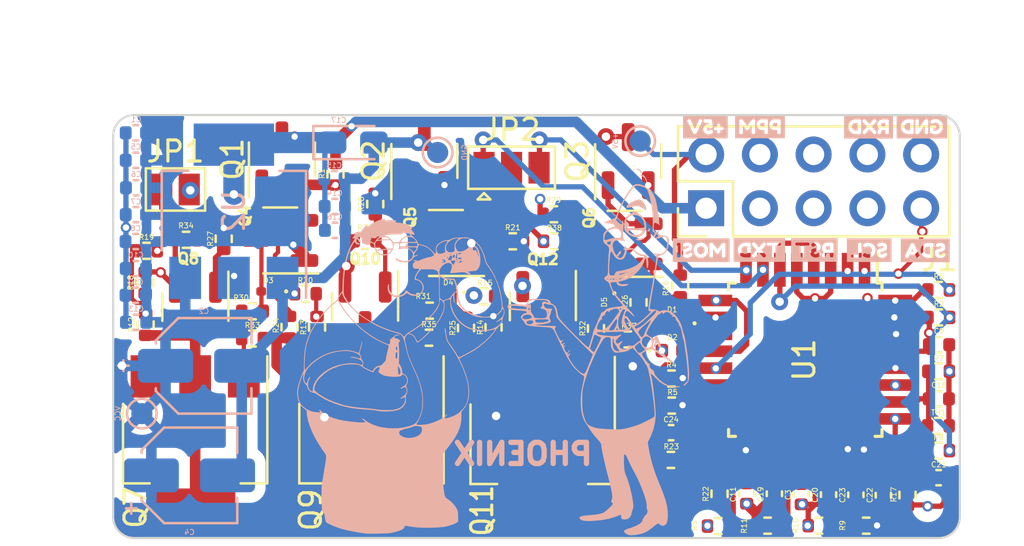
<source format=kicad_pcb>
(kicad_pcb (version 20221018) (generator pcbnew)
  (layers (0 "F.Cu" signal) (1 "In1.Cu" signal) (2 "In2.Cu" signal) (31 "B.Cu" signal) (34 "B.Paste" user) (35 "F.Paste" user) (36 "B.SilkS" user "B.Silkscreen") (37 "F.SilkS" user "F.Silkscreen") (38 "B.Mask" user) (39 "F.Mask" user) (44 "Edge.Cuts" user))
  (net 0 "")
  (net 1 "VCC")
  (net 2 "GND")
  (net 3 "Net-(U1-AREF)")
  (net 4 "/RESET")
  (net 5 "Net-(U1-AVCC)")
  (net 6 "/TEMPERATUR")
  (net 7 "/STROM")
  (net 8 "/U_BAT")
  (net 9 "/NULL_C")
  (net 10 "/NULL_B")
  (net 11 "/NULL_A")
  (net 12 "/SDA")
  (net 13 "Net-(C24-Pad2)")
  (net 14 "/LED")
  (net 15 "Net-(D1-A)")
  (net 16 "Net-(D3-K)")
  (net 17 "Net-(D3-A)")
  (net 18 "Net-(D4-K)")
  (net 19 "Net-(D4-A)")
  (net 20 "Net-(D5-K)")
  (net 21 "Net-(D5-A)")
  (net 22 "/STEUER_A+")
  (net 23 "/STEUER_B+")
  (net 24 "/STEUER_C+")
  (net 25 "Net-(Q7-G)")
  (net 26 "/PHASE_A")
  (net 27 "Net-(Q8-G)")
  (net 28 "Net-(Q9-G)")
  (net 29 "/PHASE_B")
  (net 30 "Net-(Q10-G)")
  (net 31 "Net-(Q11-G)")
  (net 32 "/PHASE_C")
  (net 33 "Net-(Q12-G)")
  (net 34 "/MOSI")
  (net 35 "+5V")
  (net 36 "Net-(U1-PB1)")
  (net 37 "/MITTEL")
  (net 38 "Net-(R22-Pad1)")
  (net 39 "/SCL")
  (net 40 "/STEUER_A-")
  (net 41 "/STEUER_B-")
  (net 42 "/STEUER_C-")
  (net 43 "/ADR1")
  (net 44 "/ADR2")
  (net 45 "/RXD")
  (net 46 "/TXD")
  (net 47 "/PPM&ADR3")
  (footprint "Diode_SMD:D_01005_0402Metric" (layer "F.Cu") (at 150.68 59.99 -90)
    (fp_text reference "D5")
    (fp_text value "1N4003")
  )
  (footprint "Resistor_SMD:R_0402_1005Metric" (layer "F.Cu") (at 138.9 56.75 180)
    (fp_text reference "R36")
    (fp_text value "18k")
  )
  (footprint "Package_TO_SOT_SMD:SOT-23-3" (layer "F.Cu") (at 134.97 52.9 90)
    (fp_text reference "Q1")
    (fp_text value "BC547")
  )
  (footprint "Resistor_SMD:R_0402_1005Metric" (layer "F.Cu") (at 153.39 64.54 180)
    (fp_text reference "R5")
    (fp_text value "1.8k")
  )
  (footprint "Resistor_SMD:R_0402_1005Metric" (layer "F.Cu") (at 147.82 55.49)
    (fp_text reference "R29")
    (fp_text value "100R")
  )
  (footprint "Package_TO_SOT_SMD:SOT-23-3" (layer "F.Cu") (at 134.89 56.73 180)
    (fp_text reference "Q4")
    (fp_text value "BC547")
  )
  (footprint "Capacitor_SMD:C_0402_1005Metric" (layer "F.Cu") (at 162.09 68.76 90)
    (fp_text reference "C23")
    (fp_text value "100nf")
  )
  (footprint "Resistor_SMD:R_0402_1005Metric" (layer "F.Cu") (at 166 62.92)
    (fp_text reference "R7")
    (fp_text value "47k")
  )
  (footprint "Resistor_SMD:R_0402_1005Metric" (layer "F.Cu") (at 136.08 59.25 180)
    (fp_text reference "R20")
    (fp_text value "4k7")
  )
  (footprint "Capacitor_SMD:C_0402_1005Metric" (layer "F.Cu") (at 159.51 68.73 -90)
    (fp_text reference "C3")
    (fp_text value "100nF")
  )
  (footprint "Resistor_SMD:R_0402_1005Metric" (layer "F.Cu") (at 144.97 60.84 90)
    (fp_text reference "R14")
    (fp_text value "4k7")
  )
  (footprint "Diode_SMD:D_01005_0402Metric" (layer "F.Cu") (at 142.83 59.18 180)
    (fp_text reference "D4")
    (fp_text value "1N4003")
  )
  (footprint "Resistor_SMD:R_0402_1005Metric" (layer "F.Cu") (at 133.58 60.08 180)
    (fp_text reference "R30")
    (fp_text value "10R")
  )
  (footprint "Resistor_SMD:R_0402_1005Metric" (layer "F.Cu") (at 144.51 59.37)
    (fp_text reference "R15")
    (fp_text value "R")
  )
  (footprint "Resistor_SMD:R_0402_1005Metric" (layer "F.Cu") (at 139.38 55.01 -90)
    (fp_text reference "R28")
    (fp_text value "100R")
  )
  (footprint "Resistor_SMD:R_0402_1005Metric" (layer "F.Cu") (at 166.01 60.37 180)
    (fp_text reference "R2")
    (fp_text value "1.8k")
  )
  (footprint "Resistor_SMD:R_0402_1005Metric" (layer "F.Cu") (at 153.38 63.26)
    (fp_text reference "R4")
    (fp_text value "1.8k")
  )
  (footprint "Package_TO_SOT_SMD:SOT-23-3" (layer "F.Cu") (at 151.33 52.98 90)
    (fp_text reference "Q3")
    (fp_text value "BC547")
  )
  (footprint "Resistor_SMD:R_0402_1005Metric" (layer "F.Cu") (at 153.79 58.88 -90)
    (fp_text reference "R16")
    (fp_text value "1k8" hide)
  )
  (footprint "Resistor_SMD:R_0402_1005Metric" (layer "F.Cu") (at 160.35 70.22 180)
    (fp_text reference "R10")
    (fp_text value "680R")
  )
  (footprint "Resistor_SMD:R_0402_1005Metric" (layer "F.Cu") (at 149.81 60.89 -90)
    (fp_text reference "R32")
    (fp_text value "10R" hide)
  )
  (footprint "Capacitor_SMD:C_0402_1005Metric" (layer "F.Cu") (at 166.01 64.22)
    (fp_text reference "C18")
    (fp_text value "100nF")
  )
  (footprint "Capacitor_SMD:C_0402_1005Metric" (layer "F.Cu") (at 153.36 65.82 180)
    (fp_text reference "C24")
    (fp_text value "1nf")
  )
  (footprint "Resistor_SMD:R_0402_1005Metric" (layer "F.Cu") (at 157.92 70.22 180)
    (fp_text reference "R11")
    (fp_text value "680R")
  )
  (footprint "LED_SMD:LED_0402_1005Metric" (layer "F.Cu") (at 153.41 61.94)
    (fp_text reference "D2")
    (fp_text value "LED")
  )
  (footprint "Package_TO_SOT_SMD:SOT-223-3_TabPin2" (layer "F.Cu") (at 147.29 66.34 -90)
    (fp_text reference "Q11")
    (fp_text value "ZXMP4A16G")
  )
  (footprint "Resistor_SMD:R_0402_1005Metric" (layer "F.Cu") (at 137.5 53.6 -90)
    (fp_text reference "R1")
    (fp_text value "680R")
  )
  (footprint "Resistor_SMD:R_0402_1005Metric" (layer "F.Cu") (at 128.53 60.71 90)
    (fp_text reference "R12")
    (fp_text value "4k7")
  )
  (footprint "Resistor_SMD:R_0402_1005Metric" (layer "F.Cu") (at 166 66.67 180)
    (fp_text reference "R8")
    (fp_text value "18k" hide)
  )
  (footprint "Resistor_SMD:R_0402_1005Metric" (layer "F.Cu") (at 162.58 70.22 180)
    (fp_text reference "R9")
    (fp_text value "680R")
  )
  (footprint "Resistor_SMD:R_0402_1005Metric" (layer "F.Cu") (at 145.88 56.77)
    (fp_text reference "R21")
    (fp_text value "4k7")
  )
  (footprint "Package_TO_SOT_SMD:SOT-23-3" (layer "F.Cu") (at 141.7 52.97 90)
    (fp_text reference "Q2")
    (fp_text value "BC547")
  )
  (footprint "Connector_PinHeader_2.54mm:PinHeader_2x05_P2.54mm_Vertical" (layer "F.Cu") (at 155.015 55.205 90)
    (fp_text reference "J1")
    (fp_text value "Conn_02x05_Odd_Even")
  )
  (footprint "Resistor_SMD:R_0402_1005Metric" (layer "F.Cu") (at 141.92 61.33)
    (fp_text reference "R35")
    (fp_text value "18k")
  )
  (footprint "Resistor_SMD:R_0402_1005Metric" (layer "F.Cu") (at 128.57 57.22)
    (fp_text reference "R19")
    (fp_text value "4k7")
  )
  (footprint "Resistor_SMD:R_0402_1005Metric" (layer "F.Cu") (at 135.33 60.83 90)
    (fp_text reference "R24")
    (fp_text value "1k8" hide)
  )
  (footprint "Package_TO_SOT_SMD:SOT-23-3" (layer "F.Cu") (at 151.16 56.89 180)
    (fp_text reference "Q6")
    (fp_text value "BC547")
  )
  (footprint "Capacitor_SMD:C_0402_1005Metric" (layer "F.Cu") (at 160.8 68.75 -90)
    (fp_text reference "C20")
    (fp_text value "100nF")
  )
  (footprint "Resistor_SMD:R_0402_1005Metric" (layer "F.Cu") (at 136.63 60.84 90)
    (fp_text reference "R13")
    (fp_text value "4k7")
  )
  (footprint "LED_SMD:LED_0402_1005Metric" (layer "F.Cu") (at 153.38 60.65 180)
    (fp_text reference "D1")
    (fp_text value "LED")
  )
  (footprint "Resistor_SMD:R_0402_1005Metric" (layer "F.Cu") (at 128.51 58.73 -90)
    (fp_text reference "R18")
    (fp_text value "R")
  )
  (footprint "Capacitor_SMD:C_0402_1005Metric" (layer "F.Cu") (at 166.02 61.66)
    (fp_text reference "C9")
    (fp_text value "100nF")
  )
  (footprint "Resistor_SMD:R_0402_1005Metric" (layer "F.Cu") (at 147.84 56.77 180)
    (fp_text reference "R38")
    (fp_text value "18k")
  )
  (footprint "Package_TO_SOT_SMD:SOT-23" (layer "F.Cu") (at 147.3 59.85 -90)
    (fp_text reference "Q12")
    (fp_text value "BS870")
  )
  (footprint "Package_TO_SOT_SMD:SOT-223-3_TabPin2" (layer "F.Cu") (at 130.87 66.31 -90)
    (fp_text reference "Q7")
    (fp_text value "ZXMP4A16G")
  )
  (footprint "Capacitor_SMD:C_0402_1005Metric" (layer "F.Cu") (at 166 67.95 180)
    (fp_text reference "C21")
    (fp_text value "100nf")
  )
  (footprint "Resistor_SMD:R_0402_1005Metric" (layer "F.Cu") (at 155.59 70.24 180)
    (fp_text reference "R3")
    (fp_text value "10R")
  )
  (footprint "Capacitor_SMD:C_0402_1005Metric" (layer "F.Cu") (at 163.39 68.78 90)
    (fp_text reference "C22")
    (fp_text value "100nf")
  )
  (footprint "Jumper:SolderJumper-2_P1.3mm_Open_Pad1.0x1.5mm" (layer "F.Cu") (at 129.94 54.32)
    (fp_text reference "JP1")
    (fp_text value "SolderJumper_2_Open")
  )
  (footprint "Resistor_SMD:R_0402_1005Metric" (layer "F.Cu") (at 133.58 61.37)
    (fp_text reference "R33")
    (fp_text value "18k")
  )
  (footprint "Resistor_SMD:R_0402_1005Metric" (layer "F.Cu") (at 151.31 61.41)
    (fp_text reference "R37")
    (fp_text value "18k")
  )
  (footprint "Resistor_SMD:R_0402_1005Metric" (layer "F.Cu") (at 130.44 56.7 180)
    (fp_text reference "R34")
    (fp_text value "18k")
  )
  (footprint "Resistor_SMD:R_0402_1005Metric" (layer "F.Cu") (at 143.67 60.87 90)
    (fp_text reference "R25")
    (fp_text value "1k8")
  )
  (footprint "Package_QFP:TQFP-32_7x7mm_P0.8mm" (layer "F.Cu") (at 159.7 62.37 -90)
    (fp_text reference "U1")
    (fp_text value "ATmega168-20A")
  )
  (footprint "Resistor_SMD:R_0402_1005Metric" (layer "F.Cu") (at 155.65 68.71 90)
    (fp_text reference "R22")
    (fp_text value "27R")
  )
  (footprint "Package_TO_SOT_SMD:SOT-223-3_TabPin2" (layer "F.Cu") (at 139.2 66.31 -90)
    (fp_text reference "Q9")
    (fp_text value "ZXMP4A16G")
  )
  (footprint "Resistor_SMD:R_0402_1005Metric" (layer "F.Cu") (at 165.99 65.5)
    (fp_text reference "TH1")
    (fp_text value "Thermistor")
  )
  (footprint "Package_TO_SOT_SMD:SOT-23-3" (layer "F.Cu") (at 142.72 56.85 180)
    (fp_text reference "Q5")
    (fp_text value "BC547")
  )
  (footprint "Capacitor_SMD:C_0402_1005Metric" (layer "F.Cu") (at 158.24 68.71 -90)
    (fp_text reference "C19")
    (fp_text value "100nF")
  )
  (footprint "Diode_SMD:D_0201_0603Metric" (layer "F.Cu") (at 134.31 59.14 180)
    (fp_text reference "D3")
    (fp_text value "1N4003")
  )
  (footprint "Package_TO_SOT_SMD:SOT-23" (layer "F.Cu") (at 130.88 59.88 -90)
    (fp_text reference "Q8")
    (fp_text value "BS870")
  )
  (footprint "Resistor_SMD:R_0402_1005Metric" (layer "F.Cu") (at 153.35 67.11)
    (fp_text reference "R23")
    (fp_text value "27R")
  )
  (footprint "Resistor_SMD:R_0402_1005Metric" (layer "F.Cu") (at 132.22 56.65 -90)
    (fp_text reference "R27")
    (fp_text value "100R")
  )
  (footprint "Resistor_SMD:R_0402_1005Metric" (layer "F.Cu") (at 166 59.07)
    (fp_text reference "R6")
    (fp_text value "1.8k")
  )
  (footprint "Resistor_SMD:R_0402_1005Metric" (layer "F.Cu") (at 151.82 59.66 90)
    (fp_text reference "R26")
    (fp_text value "1k8")
  )
  (footprint "Capacitor_SMD:C_0402_1005Metric" (layer "F.Cu") (at 156.93 68.7 -90)
    (fp_text reference "C11")
    (fp_text value "100nF")
  )
  (footprint "Resistor_SMD:R_0402_1005Metric" (layer "F.Cu") (at 141.95 60.05 180)
    (fp_text reference "R31")
    (fp_text value "10R")
  )
  (footprint "Resistor_SMD:R_0402_1005Metric" (layer "F.Cu") (at 164.53 68.77 -90)
    (fp_text reference "R17")
    (fp_text value "R")
  )
  (footprint "Package_TO_SOT_SMD:SOT-23" (layer "F.Cu") (at 138.9 59.87 -90)
    (fp_text reference "Q10")
    (fp_text value "BS870")
  )
  (footprint "Jumper:SolderJumper-3_P1.3mm_Open_Pad1.0x1.5mm" (layer "F.Cu") (at 145.82 53.29)
    (fp_text reference "JP2")
    (fp_text value "SolderJumper_3_Open")
  )
  (footprint "Capacitor_SMD:C_0402_1005Metric" (layer "B.Cu") (at 128.06 56.78 180)
    (fp_text reference "C8")
    (fp_text value "100nF" hide)
  )
  (footprint "Logo:cheech2" (layer "B.Cu") (at 150.987472 61.705743 180)
    (fp_text reference "PHOENIX")
    (fp_text value "LOGO" hide)
  )
  (footprint "Package_TO_SOT_SMD:SOT-223-3_TabPin2" (layer "B.Cu") (at 132.7 55.35 90)
    (fp_text reference "U2")
    (fp_text value "AMS1117-5.0")
  )
  (footprint "Capacitor_SMD:C_0402_1005Metric" (layer "B.Cu") (at 128.07 51.64 180)
    (fp_text reference "C1")
    (fp_text value "100nF" hide)
  )
  (footprint "Capacitor_SMD:C_0402_1005Metric" (layer "B.Cu") (at 128.06 59.32 180)
    (fp_text reference "C12")
    (fp_text value "~")
  )
  (footprint "Capacitor_SMD:C_0402_1005Metric" (layer "B.Cu") (at 137.48 56.25)
    (fp_text reference "C16")
    (fp_text value "100nF" hide)
  )
  (footprint "kibuzzard-65CDD6A5" (layer "B.Cu") (at 157.56 51.35 180)
    (fp_text reference "kibuzzard-65CDD6A5" hide)
    (fp_text value "G***" hide)
  )
  (footprint "Capacitor_SMD:CP_Elec_4x3" (layer "B.Cu") (at 131.27 62.66)
    (fp_text reference "C2")
    (fp_text value "330uF 16V" hide)
  )
  (footprint "Capacitor_SMD:C_0402_1005Metric" (layer "B.Cu") (at 128.08 54.24 180)
    (fp_text reference "C6")
    (fp_text value "~")
  )
  (footprint "kibuzzard-65CCF7FA" (layer "B.Cu") (at 154.78 57.19 180)
    (fp_text reference "kibuzzard-65CCF7FA" hide)
    (fp_text value "G***" hide)
  )
  (footprint "Capacitor_SMD:CP_Elec_4x3" (layer "B.Cu") (at 130.6 67.84)
    (fp_text reference "C4")
    (fp_text value "330uF 16V" hide)
  )
  (footprint "Capacitor_SMD:C_0402_1005Metric" (layer "B.Cu") (at 128.07 55.51 180)
    (fp_text reference "C7")
    (fp_text value "~")
  )
  (footprint "TestPoint:TestPoint_Pad_D1.0mm" (layer "B.Cu") (at 151.9 52.03 -90)
    (fp_text reference "+5V")
    (fp_text value "TestPoint")
  )
  (footprint "TestPoint:TestPoint_Pad_D1.0mm" (layer "B.Cu") (at 128.35 64.92 180)
    (fp_text reference "VCC")
    (fp_text value "TestPoint" hide)
  )
  (footprint "kibuzzard-65CCF70D" (layer "B.Cu") (at 165.21 51.35 180)
    (fp_text reference "kibuzzard-65CCF70D" hide)
    (fp_text value "G***" hide)
  )
  (footprint "Capacitor_SMD:C_0402_1005Metric" (layer "B.Cu") (at 137.45 53.81)
    (fp_text reference "C15")
    (fp_text value "100nF" hide)
  )
  (footprint "Capacitor_SMD:C_0402_1005Metric" (layer "B.Cu") (at 128.07 52.94 180)
    (fp_text reference "C5")
    (fp_text value "~")
  )
  (footprint "kibuzzard-65CCF679" (layer "B.Cu") (at 165.37 57.2 180)
    (fp_text reference "kibuzzard-65CCF679" hide)
    (fp_text value "G***" hide)
  )
  (footprint "kibuzzard-65CCF654" (layer "B.Cu") (at 162.72 57.19 180)
    (fp_text reference "kibuzzard-65CCF654" hide)
    (fp_text value "G***" hide)
  )
  (footprint "TestPoint:TestPoint_Pad_D1.0mm" (layer "B.Cu") (at 142.33 52.57 180)
    (fp_text reference "GND")
    (fp_text value "TestPoint")
  )
  (footprint "kibuzzard-65CCF73D" (layer "B.Cu") (at 154.98 51.35 180)
    (fp_text reference "kibuzzard-65CCF73D" hide)
    (fp_text value "G***" hide)
  )
  (footprint "kibuzzard-65CCF6C9" (layer "B.Cu") (at 162.69 51.35 180)
    (fp_text reference "kibuzzard-65CCF6C9" hide)
    (fp_text value "G***" hide)
  )
  (footprint "Capacitor_SMD:C_0402_1005Metric" (layer "B.Cu") (at 128.07 58.06 180)
    (fp_text reference "C10")
    (fp_text value "uF 25V" hide)
  )
  (footprint "kibuzzard-65CCF7AB" (layer "B.Cu") (at 160.13 57.18 180)
    (fp_text reference "kibuzzard-65CCF7AB" hide)
    (fp_text value "G***" hide)
  )
  (footprint "Capacitor_SMD:C_0402_1005Metric" (layer "B.Cu") (at 137.47 55.12)
    (fp_text reference "C14")
    (fp_text value "100nF" hide)
  )
  (footprint "Capacitor_SMD:C_0402_1005Metric" (layer "B.Cu") (at 128.08 60.6 180)
    (fp_text reference "C13")
    (fp_text value "~")
  )
  (footprint "Capacitor_Tantalum_SMD:CP_EIA-2012-15_AVX-P_Pad1.30x1.05mm_HandSolder" (layer "B.Cu") (at 138.34 52.1)
    (fp_text reference "C17")
    (fp_text value "C_Polarized_Small" hide)
  )
  (footprint "kibuzzard-65CCF7CE" (layer "B.Cu") (at 157.53 57.18 180)
    (fp_text reference "kibuzzard-65CCF7CE" hide)
    (fp_text value "G***" hide)
  )
  (gr_line (start 167.002893 69.802893) (end 167 51.8) (stroke (width 0.1)) (layer "Edge.Cuts"))
  (gr_line (start 166 50.8) (end 127.997107 50.797107) (stroke (width 0.1)) (layer "Edge.Cuts"))
  (gr_arc (start 166 50.8) (mid 166.707107 51.092893) (end 167 51.8) (stroke (width 0.1)) (layer "Edge.Cuts"))
  (gr_arc (start 127.997107 70.802893) (mid 127.29 70.51) (end 126.997107 69.802893) (stroke (width 0.1)) (layer "Edge.Cuts"))
  (gr_line (start 126.997107 51.797107) (end 126.997107 69.802893) (stroke (width 0.1)) (layer "Edge.Cuts"))
  (gr_arc (start 167.002893 69.802893) (mid 166.71 70.51) (end 166.002893 70.802893) (stroke (width 0.1)) (layer "Edge.Cuts"))
  (gr_line (start 127.997107 70.802893) (end 166.002893 70.802893) (stroke (width 0.1)) (layer "Edge.Cuts"))
  (gr_arc (start 126.997107 51.797107) (mid 127.29 51.09) (end 127.997107 50.797107) (stroke (width 0.1)) (layer "Edge.Cuts"))
  (segment (start 142.44 61.34) (end 142.99 61.34) (width 0.5) (layer "F.Cu") (net 1))
  (segment (start 128.06 62.65) (end 128.57 63.16) (width 0.5) (layer "F.Cu") (net 1))
  (segment (start 136.9 63.16) (end 135.27 63.16) (width 0.5) (layer "F.Cu") (net 1))
  (segment (start 142.99 61.34) (end 143.48 61.34) (width 0.5) (layer "F.Cu") (net 1))
  (segment (start 136.9 65.01) (end 136.98 65.09) (width 0.5) (layer "F.Cu") (net 1))
  (segment (start 144.99 64.93) (end 145.09 65.03) (width 0.5) (layer "F.Cu") (net 1))
  (segment (start 151.82 62.41) (end 151.55 62.68) (width 0.2) (layer "F.Cu") (net 1))
  (segment (start 143.52 61.38) (end 143.67 61.38) (width 0.2) (layer "F.Cu") (net 1))
  (segment (start 134.12 61.34) (end 135.33 61.34) (width 0.5) (layer "F.Cu") (net 1))
  (segment (start 136.9 63.16) (end 136.9 65.01) (width 0.5) (layer "F.Cu") (net 1))
  (segment (start 143.92 56.86) (end 143.92 57.7375) (width 0.5) (layer "F.Cu") (net 1))
  (segment (start 144.99 63.19) (end 144.99 64.93) (width 0.5) (layer "F.Cu") (net 1))
  (segment (start 142.99 61.34) (end 142.99 62.87) (width 0.5) (layer "F.Cu") (net 1))
  (segment (start 151.82 60.17) (end 151.82 61.41) (width 0.2) (layer "F.Cu") (net 1))
  (segment (start 151.82 60.17) (end 152.17 60.17) (width 0.2) (layer "F.Cu") (net 1))
  (segment (start 136.0275 57.4375) (end 135.53 56.94) (width 0.5) (layer "F.Cu") (net 1))
  (segment (start 143.92 57.7375) (end 143.8575 57.8) (width 0.5) (layer "F.Cu") (net 1))
  (segment (start 136.0275 57.68) (end 136.0275 57.4375) (width 0.5) (layer "F.Cu") (net 1))
  (segment (start 134.09 61.37) (end 134.12 61.34) (width 0.5) (layer "F.Cu") (net 1))
  (segment (start 143.31 63.19) (end 144.99 63.19) (width 0.5) (layer "F.Cu") (net 1))
  (segment (start 134.72 62.61) (end 134.72 61.32) (width 0.5) (layer "F.Cu") (net 1))
  (segment (start 142.99 62.87) (end 143.31 63.19) (width 0.5) (layer "F.Cu") (net 1))
  (segment (start 127.41 62.65) (end 128.06 62.65) (width 0.5) (layer "F.Cu") (net 1))
  (segment (start 142.43 61.33) (end 142.44 61.34) (width 0.5) (layer "F.Cu") (net 1))
  (segment (start 152.44 59.9) (end 152.44 57.9825) (width 0.2) (layer "F.Cu") (net 1))
  (segment (start 151.82 61.41) (end 151.82 62.41) (width 0.2) (layer "F.Cu") (net 1))
  (segment (start 152.44 57.9825) (end 152.2975 57.84) (width 0.2) (layer "F.Cu") (net 1))
  (segment (start 143.48 61.34) (end 143.52 61.38) (width 0.2) (layer "F.Cu") (net 1))
  (segment (start 152.17 60.17) (end 152.44 59.9) (width 0.2) (layer "F.Cu") (net 1))
  (segment (start 135.27 63.16) (end 134.72 62.61) (width 0.5) (layer "F.Cu") (net 1))
  (via (at 151.55 62.68) (size 0.8) (drill 0.4) (layers "F.Cu" "B.Cu") (net 1))
  (via (at 143.92 56.86) (size 0.8) (drill 0.4) (layers "F.Cu" "B.Cu") (net 1))
  (via (at 135.51 56.93) (size 0.5) (drill 0.3) (layers "F.Cu" "B.Cu") (net 1))
  (via (at 163.09 70.21) (size 0.5) (drill 0.3) (layers "F.Cu" "B.Cu") (net 1))
  (via (at 136.98 65.09) (size 0.8) (drill 0.4) (layers "F.Cu" "B.Cu") (net 1))
  (via (at 145.09 65.03) (size 0.8) (drill 0.4) (layers "F.Cu" "B.Cu") (net 1))
  (via (at 127.41 62.65) (size 0.8) (drill 0.4) (layers "F.Cu" "B.Cu") (net 1))
  (segment (start 166.48 67.95) (end 166.26 68.17) (width 0.25) (layer "F.Cu") (net 2))
  (segment (start 157.41 69.66) (end 156.93 69.18) (width 0.5) (layer "F.Cu") (net 2))
  (segment (start 137.95 58.9325) (end 137.95 58) (width 0.5) (layer "F.Cu") (net 2))
  (segment (start 160.17 69.21) (end 160.78 69.21) (width 0.25) (layer "F.Cu") (net 2))
  (segment (start 137.95 57.88) (end 137.95 57.19) (width 0.5) (layer "F.Cu") (net 2))
  (segment (start 135.57 51.82) (end 135.0275 51.82) (width 0.25) (layer "F.Cu") (net 2))
  (segment (start 160.9 59.17) (end 160.9 58.12) (width 0.25) (layer "F.Cu") (net 2))
  (segment (start 159.6 59.47) (end 160.16 59.47) (width 0.25) (layer "F.Cu") (net 2))
  (segment (start 129.93 56.7) (end 129.93 58.9425) (width 0.25) (layer "F.Cu") (net 2))
  (segment (start 159.84 69.54) (end 160.17 69.21) (width 0.25) (layer "F.Cu") (net 2))
  (segment (start 160.145 66.665) (end 160.145 69.185) (width 0.25) (layer "F.Cu") (net 2))
  (segment (start 145.82 55.229462) (end 147.33 56.739462) (width 0.25) (layer "F.Cu") (net 2))
  (segment (start 166.49 64.22) (end 166.49 61.67) (width 0.25) (layer "F.Cu") (net 2))
  (segment (start 151.3075 51.82) (end 151.33 51.8425) (width 0.25) (layer "F.Cu") (net 2))
  (segment (start 138.01 57.94) (end 137.95 57.88) (width 0.5) (layer "F.Cu") (net 2))
  (segment (start 147.33 56.739462) (end 147.33 56.77) (width 0.25) (layer "F.Cu") (net 2))
  (segment (start 159.3 58.12) (end 159.3 59.17) (width 0.25) (layer "F.Cu") (net 2))
  (segment (start 166.26 69.14) (end 166.1 69.3) (width 0.25) (layer "F.Cu") (net 2))
  (segment (start 129.93 56.7) (end 129.93 56.31) (width 0.25) (layer "F.Cu") (net 2))
  (segment (start 165.42 69.24) (end 165.48 69.3) (width 0.25) (layer "F.Cu") (net 2))
  (segment (start 137.95 58) (end 138.01 57.94) (width 0.5) (layer "F.Cu") (net 2))
  (segment (start 141.6775 51.8325) (end 141.7 51.8325) (width 0.5) (layer "F.Cu") (net 2))
  (segment (start 157.41 70.22) (end 157.41 69.66) (width 0.5) (layer "F.Cu") (net 2))
  (segment (start 129.29 55.67) (end 129.29 54.32) (width 0.25) (layer "F.Cu") (net 2))
  (segment (start 135.0275 51.82) (end 134.97 51.7625) (width 0.25) (layer "F.Cu") (net 2))
  (segment (start 162.09 69.24) (end 165.42 69.24) (width 0.25) (layer "F.Cu") (net 2))
  (segment (start 159.3 59.17) (end 159.6 59.47) (width 0.25) (layer "F.Cu") (net 2))
  (segment (start 166.49 61.67) (end 166.5 61.66) (width 0.25) (layer "F.Cu") (net 2))
  (segment (start 160.1 66.62) (end 160.145 66.665) (width 0.25) (layer "F.Cu") (net 2))
  (segment (start 150.28 51.82) (end 151.3075 51.82) (width 0.25) (layer "F.Cu") (net 2))
  (segment (start 160.6 59.47) (end 160.9 59.17) (width 0.25) (layer "F.Cu") (net 2))
  (segment (start 129.93 56.31) (end 129.29 55.67) (width 0.25) (layer "F.Cu") (net 2))
  (segment (start 129.2075 58.22) (end 129.93 58.9425) (width 0.25) (layer "F.Cu") (net 2))
  (segment (start 157.41 69.66) (end 157.88 69.19) (width 0.5) (layer "F.Cu") (net 2))
  (segment (start 159.55 69.21) (end 160.17 69.21) (width 0.25) (layer "F.Cu") (net 2))
  (segment (start 159.84 70.22) (end 159.84 69.54) (width 0.25) (layer "F.Cu") (net 2))
  (segment (start 141.41 52.1) (end 141.6775 51.8325) (width 0.5) (layer "F.Cu") (net 2))
  (segment (start 166.1 69.3) (end 165.48 69.3) (width 0.25) (layer "F.Cu") (net 2))
  (segment (start 160.16 59.47) (end 160.6 59.47) (width 0.25) (layer "F.Cu") (net 2))
  (segment (start 137.95 57.19) (end 138.39 56.75) (width 0.5) (layer "F.Cu") (net 2))
  (segment (start 160.78 69.21) (end 160.8 69.23) (width 0.25) (layer "F.Cu") (net 2))
  (segment (start 166.26 68.17) (end 166.26 69.14) (width 0.25) (layer "F.Cu") (net 2))
  (segment (start 145.82 53.29) (end 145.82 55.229462) (width 0.25) (layer "F.Cu") (net 2))
  (segment (start 166.49 64.22) (end 166.49 65.49) (width 0.25) (layer "F.Cu") (net 2))
  (segment (start 166.49 65.49) (end 166.5 65.5) (width 0.25) (layer "F.Cu") (net 2))
  (segment (start 157.88 69.19) (end 158.24 69.19) (width 0.5) (layer "F.Cu") (net 2))
  (segment (start 160.145 69.185) (end 160.17 69.21) (width 0.25) (layer "F.Cu") (net 2))
  (segment (start 128.51 58.22) (end 129.2075 58.22) (width 0.25) (layer "F.Cu") (net 2))
  (via (at 156.93 69.18) (size 0.5) (drill 0.3) (layers "F.Cu" "B.Cu") (net 2))
  (via (at 159.55 69.21) (size 0.5) (drill 0.3) (layers "F.Cu" "B.Cu") (net 2))
  (via (at 144.04 59.33) (size 0.8) (drill 0.4) (layers "F.Cu" "B.Cu") (net 2))
  (via (at 165.48 69.3) (size 0.5) (drill 0.3) (layers "F.Cu" "B.Cu") (net 2))
  (via blind (at 160.16 59.47) (size 0.5) (drill 0.3) (layers "F.Cu" "In1.Cu") (net 2))
  (via blind (at 138.01 57.94) (size 0.8) (drill 0.4) (layers "F.Cu" "In1.Cu") (net 2))
  (via (at 166.51 62.92) (size 0.5) (drill 0.3) (layers "F.Cu" "B.Cu") (net 2))
  (via (at 159.81 70.22) (size 0.5) (drill 0.3) (layers "F.Cu" "B.Cu") (net 2))
  (via (at 147.33 56.77) (size 0.5) (drill 0.3) (layers "F.Cu" "B.Cu") (net 2))
  (via blind (at 135.57 51.82) (size 0.5) (drill 0.3) (layers "F.Cu" "In1.Cu") (net 2))
  (via blind (at 150.28 51.82) (size 0.8) (drill 0.4) (layers "F.Cu" "In1.Cu") (net 2))
  (via blind (at 129.24 58.24) (size 0.5) (drill 0.3) (layers "F.Cu" "In1.Cu") (net 2))
  (via (at 152.93 61.94) (size 0.5) (drill 0.3) (layers "F.Cu" "B.Cu") (net 2))
  (via (at 146.34 58.88) (size 0.8) (drill 0.4) (layers "F.Cu" "B.Cu") (net 2))
  (via (at 141.41 52.1) (size 0.8) (drill 0.4) (layers "F.Cu" "B.Cu") (net 2))
  (via blind (at 127.6 56.12) (size 0.5) (drill 0.3) (layers "In1.Cu" "B.Cu") (net 2))
  (segment (start 141.41 52.1) (end 139.315 52.1) (width 0.5) (layer "B.Cu") (net 2))
  (segment (start 139.31 52.105) (end 139.315 52.1) (width 0.5) (layer "B.Cu") (net 2))
  (segment (start 137.96 53.84) (end 137.93 53.81) (width 0.5) (layer "B.Cu") (net 2))
  (segment (start 138.71 53.81) (end 139.31 53.21) (width 0.5) (layer "B.Cu") (net 2))
  (segment (start 135 58.5) (end 136.94 58.5) (width 0.5) (layer "B.Cu") (net 2))
  (segment (start 127.6 51.65) (end 127.59 51.64) (width 0.25) (layer "B.Cu") (net 2))
  (segment (start 136.94 58.5) (end 137.96 57.48) (width 0.5) (layer "B.Cu") (net 2))
  (segment (start 137.96 56.25) (end 137.96 53.84) (width 0.5) (layer "B.Cu") (net 2))
  (segment (start 133.07 67.17) (end 132.4 67.84) (width 0.5) (layer "B.Cu") (net 2))
  (segment (start 142.33 52.57) (end 141.86 52.1) (width 0.25) (layer "B.Cu") (net 2))
  (segment (start 141.86 52.1) (end 141.41 52.1) (width 0.25) (layer "B.Cu") (net 2))
  (segment (start 139.31 53.21) (end 139.31 52.105) (width 0.5) (layer "B.Cu") (net 2))
  (segment (start 135 60.73) (end 133.07 62.66) (width 0.5) (layer "B.Cu") (net 2))
  (segment (start 137.96 57.48) (end 137.96 56.25) (width 0.5) (layer "B.Cu") (net 2))
  (segment (start 135 58.5) (end 135 60.73) (width 0.5) (layer "B.Cu") (net 2))
  (segment (start 133.07 62.66) (end 133.07 67.17) (width 0.5) (layer "B.Cu") (net 2))
  (segment (start 127.6 60.6) (end 127.6 51.65) (width 0.25) (layer "B.Cu") (net 2))
  (segment (start 137.93 53.81) (end 138.71 53.81) (width 0.5) (layer "B.Cu") (net 2))
  (segment (start 159.3 68.04) (end 159.51 68.25) (width 0.25) (layer "F.Cu") (net 3))
  (segment (start 159.3 66.62) (end 159.3 68.04) (width 0.25) (layer "F.Cu") (net 3))
  (segment (start 165.56 61.99) (end 165.53 62.02) (width 0.25) (layer "F.Cu") (net 4))
  (segment (start 165.56 61.1) (end 165.56 61.99) (width 0.25) (layer "F.Cu") (net 4))
  (segment (start 165.48 61.97) (end 163.95 61.97) (width 0.25) (layer "F.Cu") (net 4))
  (segment (start 165.53 62.02) (end 165.48 61.97) (width 0.25) (layer "F.Cu") (net 4))
  (segment (start 165.56 61.1) (end 165.56 60.6) (width 0.25) (layer "F.Cu") (net 4))
  (via blind (at 165.56 61.1) (size 0.5) (drill 0.3) (layers "F.Cu" "In1.Cu") (net 4))
  (segment (start 157.7 67.45) (end 157.7 66.62) (width 0.25) (layer "F.Cu") (net 5))
  (segment (start 156.6 68.22) (end 156.295 68.525) (width 0.25) (layer "F.Cu") (net 5))
  (segment (start 156.93 68.22) (end 157.7 67.45) (width 0.25) (layer "F.Cu") (net 5))
  (segment (start 156.93 68.22) (end 156.6 68.22) (width 0.25) (layer "F.Cu") (net 5))
  (segment (start 156.295 70.045) (end 156.1 70.24) (width 0.25) (layer "F.Cu") (net 5))
  (segment (start 156.295 68.525) (end 156.295 70.045) (width 0.25) (layer "F.Cu") (net 5))
  (segment (start 165.53 62.96) (end 165.49 62.92) (width 0.25) (layer "F.Cu") (net 6))
  (segment (start 165.53 64.22) (end 165.53 66.63) (width 0.25) (layer "F.Cu") (net 6))
  (segment (start 164.95 64.37) (end 165.1 64.22) (width 0.25) (layer "F.Cu") (net 6))
  (segment (start 165.53 66.63) (end 165.49 66.67) (width 0.25) (layer "F.Cu") (net 6))
  (segment (start 165.53 64.22) (end 165.53 62.96) (width 0.25) (layer "F.Cu") (net 6))
  (segment (start 165.1 64.22) (end 165.53 64.22) (width 0.25) (layer "F.Cu") (net 6))
  (segment (start 163.95 64.37) (end 164.95 64.37) (width 0.25) (layer "F.Cu") (net 6))
  (segment (start 158.875 69.775) (end 158.43 70.22) (width 0.25) (layer "F.Cu") (net 7))
  (segment (start 158.875 68.555) (end 158.875 69.775) (width 0.25) (layer "F.Cu") (net 7))
  (segment (start 158.24 68.23) (end 158.55 68.23) (width 0.25) (layer "F.Cu") (net 7))
  (segment (start 158.55 68.23) (end 158.875 68.555) (width 0.25) (layer "F.Cu") (net 7))
  (segment (start 158.24 68.23) (end 158.5 67.97) (width 0.25) (layer "F.Cu") (net 7))
  (segment (start 158.5 67.97) (end 158.5 66.62) (width 0.25) (layer "F.Cu") (net 7))
  (segment (start 161.46 70.22) (end 162.07 70.22) (width 0.25) (layer "F.Cu") (net 8))
  (segment (start 160.8 68.27) (end 160.98 68.27) (width 0.25) (layer "F.Cu") (net 8))
  (segment (start 160.98 68.27) (end 161.46 68.75) (width 0.25) (layer "F.Cu") (net 8))
  (segment (start 160.8 66.72) (end 160.9 66.62) (width 0.25) (layer "F.Cu") (net 8))
  (segment (start 160.8 68.27) (end 160.8 66.72) (width 0.25) (layer "F.Cu") (net 8))
  (segment (start 161.46 68.75) (end 161.455 68.755) (width 0.25) (layer "F.Cu") (net 8))
  (segment (start 161.455 68.755) (end 161.455 70.215) (width 0.25) (layer "F.Cu") (net 8))
  (segment (start 160.86 70.22) (end 161.46 70.22) (width 0.25) (layer "F.Cu") (net 8))
  (segment (start 161.455 70.215) (end 161.46 70.22) (width 0.25) (layer "F.Cu") (net 8))
  (segment (start 145.02 59.37) (end 145.02 57.12) (width 0.2) (layer "F.Cu") (net 9))
  (segment (start 163.95 66.32) (end 165.52 67.89) (width 0.25) (layer "F.Cu") (net 9))
  (segment (start 144.97 60.3) (end 144.97 59.42) (width 0.2) (layer "F.Cu") (net 9))
  (segment (start 144.96 60.31) (end 144.97 60.3) (width 0.2) (layer "F.Cu") (net 9))
  (segment (start 165.52 67.89) (end 165.52 67.95) (width 0.25) (layer "F.Cu") (net 9))
  (segment (start 144.97 59.42) (end 145.02 59.37) (width 0.2) (layer "F.Cu") (net 9))
  (segment (start 144.97 60.33) (end 144.97 60.32) (width 0.2) (layer "F.Cu") (net 9))
  (segment (start 163.95 65.17) (end 163.95 66.32) (width 0.25) (layer "F.Cu") (net 9))
  (segment (start 145.02 57.12) (end 145.37 56.77) (width 0.2) (layer "F.Cu") (net 9))
  (segment (start 144.97 60.32) (end 144.96 60.31) (width 0.2) (layer "F.Cu") (net 9))
  (via blind (at 144.96 60.31) (size 0.5) (drill 0.3) (layers "F.Cu" "In2.Cu") (net 9))
  (via (at 163.95 65.17) (size 0.5) (drill 0.3) (layers "F.Cu" "B.Cu") (net 9))
  (segment (start 162.5 66.62) (end 162.47 66.62) (width 0.25) (layer "F.Cu") (net 10))
  (segment (start 164.53 68.26) (end 163.43 68.26) (width 0.25) (layer "F.Cu") (net 10))
  (segment (start 136.59 60.29) (end 136.63 60.33) (width 0.2) (layer "F.Cu") (net 10))
  (segment (start 163.39 68.3) (end 163.39 67.51) (width 0.25) (layer "F.Cu") (net 10))
  (segment (start 162.47 66.59) (end 162.5 66.62) (width 0.25) (layer "F.Cu") (net 10))
  (segment (start 163.43 68.26) (end 163.39 68.3) (width 0.25) (layer "F.Cu") (net 10))
  (segment (start 162.47 66.62) (end 162.47 66.59) (width 0.25) (layer "F.Cu") (net 10))
  (segment (start 163.39 67.51) (end 162.5 66.62) (width 0.25) (layer "F.Cu") (net 10))
  (segment (start 136.59 59.25) (end 136.59 60.29) (width 0.2) (layer "F.Cu") (net 10))
  (via blind (at 136.59 60.33) (size 0.5) (drill 0.3) (layers "F.Cu" "In2.Cu") (net 10))
  (via blind (at 162.47 66.62) (size 0.5) (drill 0.3) (layers "F.Cu" "In2.Cu") (net 10))
  (segment (start 127.88 57.4) (end 128.06 57.22) (width 0.2) (layer "F.Cu") (net 11))
  (segment (start 161.71 66.6) (end 161.7 66.62) (width 0.25) (layer "F.Cu") (net 11))
  (segment (start 128.53 60.2) (end 128.53 59.68) (width 0.2) (layer "F.Cu") (net 11))
  (segment (start 128.53 59.68) (end 128.08 59.68) (width 0.2) (layer "F.Cu") (net 11))
  (segment (start 162.09 68.28) (end 161.7 67.89) (width 0.25) (layer "F.Cu") (net 11))
  (segment (start 161.7 67.89) (end 161.71 66.6) (width 0.25) (layer "F.Cu") (net 11))
  (segment (start 128.53 59.68) (end 128.53 59.26) (width 0.2) (layer "F.Cu") (net 11))
  (segment (start 128.08 59.68) (end 127.88 59.48) (width 0.2) (layer "F.Cu") (net 11))
  (segment (start 127.88 59.48) (end 127.88 57.4) (width 0.2) (layer "F.Cu") (net 11))
  (segment (start 128.53 59.26) (end 128.51 59.24) (width 0.2) (layer "F.Cu") (net 11))
  (via blind (at 161.71 66.6) (size 0.5) (drill 0.3) (layers "F.Cu" "In2.Cu") (net 11))
  (via blind (at 128.53 60.19) (size 0.5) (drill 0.3) (layers "F.Cu" "In2.Cu") (net 11))
  (segment (start 155.45 65.37) (end 155 65.82) (width 0.2) (layer "F.Cu") (net 12))
  (segment (start 161.78 63.57) (end 163.96 63.58) (width 0.2) (layer "F.Cu") (net 12))
  (segment (start 161.78 63.57) (end 161.78 60.34) (width 0.2) (layer "F.Cu") (net 12))
  (segment (start 153.86 65.84) (end 153.84 65.82) (width 0.3) (layer "F.Cu") (net 12))
  (segment (start 160.18 65.17) (end 161.78 63.57) (width 0.2) (layer "F.Cu") (net 12))
  (segment (start 155.45 65.17) (end 160.18 65.17) (width 0.2) (layer "F.Cu") (net 12))
  (segment (start 165.23 56.31) (end 165.175 56.365) (width 0.2) (layer "F.Cu") (net 12))
  (segment (start 155.45 65.17) (end 155.45 65.37) (width 0.2) (layer "F.Cu") (net 12))
  (segment (start 165.175 56.365) (end 165.175 57.235) (width 0.2) (layer "F.Cu") (net 12))
  (segment (start 153.85 65.64) (end 153.82 65.61) (width 0.2) (layer "F.Cu") (net 12))
  (segment (start 153.86 67.11) (end 153.86 65.84) (width 0.3) (layer "F.Cu") (net 12))
  (segment (start 165.175 56.255) (end 165.23 56.31) (width 0.2) (layer "F.Cu") (net 12))
  (segment (start 161.78 60.34) (end 162.64 59.48) (width 0.2) (layer "F.Cu") (net 12))
  (segment (start 165.175 57.235) (end 164.13 58.28) (width 0.2) (layer "F.Cu") (net 12))
  (segment (start 165.175 55.205) (end 165.175 56.255) (width 0.2) (layer "F.Cu") (net 12))
  (segment (start 155 65.82) (end 153.84 65.82) (width 0.2) (layer "F.Cu") (net 12))
  (segment (start 163.96 63.58) (end 163.95 63.57) (width 0.2) (layer "F.Cu") (net 12))
  (via (at 163.96 63.58) (size 0.5) (drill 0.3) (layers "F.Cu" "B.Cu") (net 12))
  (via blind (at 164.1 58.3) (size 0.5) (drill 0.3) (layers "F.Cu" "In1.Cu") (net 12))
  (via blind (at 165.23 56.31) (size 0.5) (drill 0.3) (layers "F.Cu" "In1.Cu") (net 12))
  (via blind (at 162.64 59.46) (size 0.5) (drill 0.3) (layers "F.Cu" "In1.Cu") (net 12))
  (segment (start 152.84 65.86) (end 152.88 65.82) (width 0.3) (layer "F.Cu") (net 13))
  (segment (start 152.83 65.64) (end 152.86 65.61) (width 0.2) (layer "F.Cu") (net 13))
  (segment (start 152.84 67.11) (end 152.84 65.86) (width 0.3) (layer "F.Cu") (net 13))
  (segment (start 153.845 60.67) (end 153.865 60.65) (width 0.25) (layer "F.Cu") (net 14))
  (segment (start 155.45 61.17) (end 153.845 61.17) (width 0.25) (layer "F.Cu") (net 14))
  (segment (start 153.845 61.17) (end 153.845 60.67) (width 0.25) (layer "F.Cu") (net 14))
  (segment (start 153.895 61.94) (end 153.845 61.89) (width 0.25) (layer "F.Cu") (net 14))
  (segment (start 153.845 61.89) (end 153.845 61.17) (width 0.25) (layer "F.Cu") (net 14))
  (segment (start 152.94 59.89) (end 153.44 59.39) (width 0.2) (layer "F.Cu") (net 15))
  (segment (start 152.895 60.77) (end 152.94 60.725) (width 0.2) (layer "F.Cu") (net 15))
  (segment (start 153.44 59.39) (end 153.79 59.39) (width 0.2) (layer "F.Cu") (net 15))
  (segment (start 152.94 60.725) (end 152.94 59.89) (width 0.2) (layer "F.Cu") (net 15))
  (segment (start 134.785 56.345) (end 134.785 57.286396) (width 0.2) (layer "F.Cu") (net 16))
  (segment (start 134.02 54.0375) (end 135.7625 55.78) (width 0.25) (layer "F.Cu") (net 16))
  (segment (start 134.785 57.286396) (end 134.6425 57.428896) (width 0.2) (layer "F.Cu") (net 16))
  (segment (start 135.35 55.78) (end 134.785 56.345) (width 0.2) (layer "F.Cu") (net 16))
  (segment (start 135.33 60.06) (end 135.33 60.32) (width 0.2) (layer "F.Cu") (net 16))
  (segment (start 136.0275 55.78) (end 135.35 55.78) (width 0.2) (layer "F.Cu") (net 16))
  (segment (start 134.6425 59.3725) (end 135.33 60.06) (width 0.2) (layer "F.Cu") (net 16))
  (segment (start 135.7625 55.78) (end 136.0275 55.78) (width 0.25) (layer "F.Cu") (net 16))
  (segment (start 134.6425 57.428896) (end 134.6425 59.3725) (width 0.2) (layer "F.Cu") (net 16))
  (segment (start 134.09 60.08) (end 134.0025 59.9925) (width 0.2) (layer "F.Cu") (net 17))
  (segment (start 134.0025 56.98) (end 133.7525 56.73) (width 0.2) (layer "F.Cu") (net 17))
  (segment (start 134.0025 59.9925) (end 134.0025 56.98) (width 0.2) (layer "F.Cu") (net 17))
  (segment (start 142.67 58.24) (end 142.67 56.82) (width 0.2) (layer "F.Cu") (net 18))
  (segment (start 142.3 55.9) (end 140.75 54.35) (width 0.2) (layer "F.Cu") (net 18))
  (segment (start 143.67 60.36) (end 143.105 59.795) (width 0.25) (layer "F.Cu") (net 18))
  (segment (start 142.67 58.24) (end 143.08 58.65) (width 0.2) (layer "F.Cu") (net 18))
  (segment (start 143.8575 55.9) (end 142.3 55.9) (width 0.2) (layer "F.Cu") (net 18))
  (segment (start 140.75 54.35) (end 140.75 54.1075) (width 0.2) (layer "F.Cu") (net 18))
  (segment (start 143.105 59.795) (end 143.105 59.18) (width 0.25) (layer "F.Cu") (net 18))
  (segment (start 143.59 55.9) (end 143.8575 55.9) (width 0.2) (layer "F.Cu") (net 18))
  (segment (start 142.67 56.82) (end 143.59 55.9) (width 0.2) (layer "F.Cu") (net 18))
  (segment (start 143.08 58.65) (end 143.08 59.18) (width 0.2) (layer "F.Cu") (net 18))
  (segment (start 142.46 60.05) (end 142.46 59.78) (width 0.25) (layer "F.Cu") (net 19))
  (segment (start 142.46 59.78) (end 142.555 59.685) (width 0.25) (layer "F.Cu") (net 19))
  (segment (start 142.555 59.685) (end 142.555 59.18) (width 0.25) (layer "F.Cu") (net 19))
  (segment (start 142.37 58.72) (end 142.58 58.93) (width 0.2) (layer "F.Cu") (net 19))
  (segment (start 142.58 58.93) (end 142.58 59.18) (width 0.2) (layer "F.Cu") (net 19))
  (segment (start 141.5825 58.3625) (end 141.94 58.72) (width 0.2) (layer "F.Cu") (net 19))
  (segment (start 141.5825 56.85) (end 141.5825 58.3625) (width 0.2) (layer "F.Cu") (net 19))
  (segment (start 141.94 58.72) (end 142.37 58.72) (width 0.2) (layer "F.Cu") (net 19))
  (segment (start 152.2975 56.5625) (end 152.11 56.75) (width 0.2) (layer "F.Cu") (net 20))
  (segment (start 152.11 56.75) (end 151.85 56.75) (width 0.2) (layer "F.Cu") (net 20))
  (segment (start 150.68 57.92) (end 150.68 59.15) (width 0.2) (layer "F.Cu") (net 20))
  (segment (start 150.68 59.15) (end 150.68 59.74) (width 0.2) (layer "F.Cu") (net 20))
  (segment (start 150.38 55.02) (end 151.3 55.94) (width 0.25) (layer "F.Cu") (net 20))
  (segment (start 151.82 59.15) (end 150.68 59.15) (width 0.25) (layer "F.Cu") (net 20))
  (segment (start 151.3 55.94) (end 152.2975 55.94) (width 0.25) (layer "F.Cu") (net 20))
  (segment (start 152.2975 55.94) (end 152.2975 56.5625) (width 0.2) (layer "F.Cu") (net 20))
  (segment (start 150.38 54.1175) (end 150.38 55.02) (width 0.25) (layer "F.Cu") (net 20))
  (segment (start 151.85 56.75) (end 150.68 57.92) (width 0.2) (layer "F.Cu") (net 20))
  (segment (start 149.81 60.38) (end 149.81 57.93) (width 0.3) (layer "F.Cu") (net 21))
  (segment (start 149.81 57.93) (end 150.0225 57.7175) (width 0.3) (layer "F.Cu") (net 21))
  (segment (start 149.81 60.38) (end 149.9 60.29) (width 0.3) (layer "F.Cu") (net 21))
  (segment (start 150.0225 57.7175) (end 150.0225 56.89) (width 0.3) (layer "F.Cu") (net 21))
  (segment (start 149.9 60.29) (end 150.68 60.29) (width 0.3) (layer "F.Cu") (net 21))
  (segment (start 135.92 54.0375) (end 135.9825 54.1) (width 0.5) (layer "F.Cu") (net 22))
  (segment (start 135.9825 54.1) (end 137.26 54.1) (width 0.5) (layer "F.Cu") (net 22))
  (segment (start 153.9 64.54) (end 153.9 64.52) (width 0.25) (layer "F.Cu") (net 22))
  (segment (start 154.15 64.54) (end 154.32 64.37) (width 0.25) (layer "F.Cu") (net 22))
  (segment (start 154.32 64.37) (end 155.45 64.37) (width 0.25) (layer "F.Cu") (net 22))
  (segment (start 153.9 64.52) (end 154.15 64.54) (width 0.25) (layer "F.Cu") (net 22))
  (via blind (at 137.5 54.11) (size 0.5) (drill 0.3) (layers "F.Cu" "In2.Cu") (net 22))
  (via blind (at 153.9 64.52) (size 0.5) (drill 0.3) (layers "F.Cu" "In2.Cu") (net 22))
  (segment (start 154 63.26) (end 154.31 63.57) (width 0.25) (layer "F.Cu") (net 23))
  (segment (start 153.91 63.24) (end 154 63.26) (width 0.25) (layer "F.Cu") (net 23))
  (segment (start 153.89 63.26) (end 153.91 63.24) (width 0.25) (layer "F.Cu") (net 23))
  (segment (start 154.31 63.57) (end 155.45 63.57) (width 0.25) (layer "F.Cu") (net 23))
  (via blind (at 153.91 63.24) (size 0.5) (drill 0.3) (layers "F.Cu" "In2.Cu") (net 23))
  (via blind (at 142.65 54.1075) (size 0.5) (drill 0.3) (layers "F.Cu" "In2.Cu") (net 23))
  (segment (start 164.79 59.57) (end 165.29 59.07) (width 0.25) (layer "F.Cu") (net 24))
  (segment (start 163.95 59.57) (end 164.79 59.57) (width 0.25) (layer "F.Cu") (net 24))
  (segment (start 165.29 59.07) (end 165.49 59.07) (width 0.25) (layer "F.Cu") (net 24))
  (via blind (at 152.28 54.1175) (size 0.5) (drill 0.3) (layers "F.Cu" "In2.Cu") (net 24))
  (via blind (at 163.95 59.57) (size 0.5) (drill 0.3) (layers "F.Cu" "In2.Cu") (net 24))
  (segment (start 133.17 60.18) (end 133.17 63.16) (width 0.2) (layer "F.Cu") (net 25))
  (segment (start 133.07 60.08) (end 133.17 60.18) (width 0.2) (layer "F.Cu") (net 25))
  (segment (start 130.9 60.8375) (end 130.88 60.8175) (width 0.5) (layer "F.Cu") (net 26))
  (segment (start 130.9 61.22) (end 130.9 60.8375) (width 0.5) (layer "F.Cu") (net 26))
  (segment (start 130.87 60.8275) (end 130.88 60.8175) (width 0.5) (layer "F.Cu") (net 26))
  (segment (start 128.53 61.22) (end 130.9 61.22) (width 0.5) (layer "F.Cu") (net 26))
  (segment (start 130.87 69.46) (end 130.87 60.8275) (width 0.5) (layer "F.Cu") (net 26))
  (segment (start 131.83 57.55) (end 132.22 57.16) (width 0.25) (layer "F.Cu") (net 27))
  (segment (start 131.83 58.9425) (end 131.83 57.55) (width 0.25) (layer "F.Cu") (net 27))
  (segment (start 130.95 56.7) (end 131.76 56.7) (width 0.25) (layer "F.Cu") (net 27))
  (segment (start 131.76 56.7) (end 132.22 57.16) (width 0.25) (layer "F.Cu") (net 27))
  (segment (start 141.5 60.11) (end 141.44 60.05) (width 0.25) (layer "F.Cu") (net 28))
  (segment (start 141.5 63.16) (end 141.5 60.11) (width 0.25) (layer "F.Cu") (net 28))
  (segment (start 141.5 60.33) (end 141.48 60.31) (width 0.2) (layer "F.Cu") (net 28))
  (segment (start 138.9 60.8075) (end 138.9 62.86) (width 0.5) (layer "F.Cu") (net 29))
  (segment (start 139.2 69.46) (end 139.2 63.16) (width 0.5) (layer "F.Cu") (net 29))
  (segment (start 138.9 62.86) (end 139.2 63.16) (width 0.5) (layer "F.Cu") (net 29))
  (segment (start 138.3575 61.35) (end 138.9 60.8075) (width 0.5) (layer "F.Cu") (net 29))
  (segment (start 136.63 61.35) (end 138.3575 61.35) (width 0.5) (layer "F.Cu") (net 29))
  (segment (start 139.4 56.74) (end 139.41 56.75) (width 0.2) (layer "F.Cu") (net 30))
  (segment (start 139.41 56.75) (end 139.41 55.55) (width 0.2) (layer "F.Cu") (net 30))
  (segment (start 139.41 55.55) (end 139.38 55.52) (width 0.2) (layer "F.Cu") (net 30))
  (segment (start 139.85 58.9325) (end 139.85 57.19) (width 0.2) (layer "F.Cu") (net 30))
  (segment (start 139.85 57.19) (end 139.41 56.75) (width 0.2) (layer "F.Cu") (net 30))
  (segment (start 149.59 61.62) (end 149.81 61.4) (width 0.25) (layer "F.Cu") (net 31))
  (segment (start 149.81 61.4) (end 149.82 61.41) (width 0.25) (layer "F.Cu") (net 31))
  (segment (start 149.82 61.41) (end 150.8 61.41) (width 0.25) (layer "F.Cu") (net 31))
  (segment (start 149.59 63.19) (end 149.59 61.62) (width 0.25) (layer "F.Cu") (net 31))
  (segment (start 147.29 60.7975) (end 147.3 60.7875) (width 0.5) (layer "F.Cu") (net 32))
  (segment (start 146.7375 61.35) (end 147.3 60.7875) (width 0.5) (layer "F.Cu") (net 32))
  (segment (start 144.97 61.35) (end 146.7375 61.35) (width 0.5) (layer "F.Cu") (net 32))
  (segment (start 147.29 69.49) (end 147.29 60.7975) (width 0.5) (layer "F.Cu") (net 32))
  (segment (start 148.25 56.87) (end 148.35 56.77) (width 0.2) (layer "F.Cu") (net 33))
  (segment (start 148.25 58.9125) (end 148.25 56.87) (width 0.2) (layer "F.Cu") (net 33))
  (segment (start 148.33 55.55) (end 148.33 55.49) (width 0.2) (layer "F.Cu") (net 33))
  (segment (start 148.35 56.77) (end 148.35 55.57) (width 0.2) (layer "F.Cu") (net 33))
  (segment (start 148.35 55.57) (end 148.33 55.55) (width 0.2) (layer "F.Cu") (net 33))
  (segment (start 137.5 52.09) (end 137.5 53.09) (width 0.5) (layer "F.Cu") (net 34))
  (segment (start 138.259622 51.330378) (end 137.5 52.09) (width 0.5) (layer "F.Cu") (net 34))
  (via (at 138.259622 51.330378) (size 0.5) (drill 0.3) (layers "F.Cu" "B.Cu") (net 34))
  (segment (start 148.875 51.125) (end 152.955 55.205) (width 0.5) (layer "B.Cu") (net 34))
  (segment (start 138.465 51.125) (end 148.875 51.125) (width 0.5) (layer "B.Cu") (net 34))
  (segment (start 138.259622 51.330378) (end 138.465 51.125) (width 0.5) (layer "B.Cu") (net 34))
  (segment (start 152.955 55.205) (end 155.015 55.205) (width 0.5) (layer "B.Cu") (net 34))
  (segment (start 159.95 56.86) (end 160.1 57.01) (width 0.25) (layer "F.Cu") (net 35))
  (segment (start 160.1 57.01) (end 160.1 58.12) (width 0.25) (layer "F.Cu") (net 35))
  (segment (start 153.52 53.39) (end 154.245 52.665) (width 0.25) (layer "F.Cu") (net 35))
  (segment (start 158.5 58.12) (end 158.5 57.01) (width 0.25) (layer "F.Cu") (net 35))
  (segment (start 158.5 59.62) (end 158.49 59.63) (width 0.25) (layer "F.Cu") (net 35))
  (segment (start 153.79 56.94) (end 153.52 56.67) (width 0.25) (layer "F.Cu") (net 35))
  (segment (start 153.52 56.67) (end 153.52 53.39) (width 0.25) (layer "F.Cu") (net 35))
  (segment (start 158.5 58.12) (end 158.5 59.62) (width 0.25) (layer "F.Cu") (net 35))
  (segment (start 154.245 52.665) (end 155.015 52.665) (width 0.25) (layer "F.Cu") (net 35))
  (segment (start 158.65 56.86) (end 159.95 56.86) (width 0.25) (layer "F.Cu") (net 35))
  (segment (start 153.79 58.37) (end 153.79 56.94) (width 0.25) (layer "F.Cu") (net 35))
  (segment (start 158.5 57.01) (end 158.65 56.86) (width 0.25) (layer "F.Cu") (net 35))
  (via (at 155.08 70.22) (size 0.5) (drill 0.3) (layers "F.Cu" "B.Cu") (net 35))
  (via (at 166.52 60.37) (size 0.5) (drill 0.3) (layers "F.Cu" "B.Cu") (net 35))
  (via (at 158.49 59.63) (size 0.8) (drill 0.4) (layers "F.Cu" "B.Cu") (net 35))
  (via (at 132.7 54.55) (size 0.8) (drill 0.4) (layers "F.Cu" "B.Cu") (net 35))
  (via (at 166.51 66.67) (size 0.5) (drill 0.3) (layers "F.Cu" "B.Cu") (net 35))
  (via blind (at 132.71 58.41) (size 0.5) (drill 0.3) (layers "In2.Cu" "B.Cu") (net 35))
  (segment (start 137.265 52.2) (end 137.365 52.1) (width 0.25) (layer "B.Cu") (net 35))
  (segment (start 137.365 52.1) (end 137 52.465) (width 0.25) (layer "B.Cu") (net 35))
  (segment (start 132.7 52.5) (end 132.39 52.19) (width 1) (layer "B.Cu") (net 35))
  (segment (start 155.015 52.665) (end 152.535 52.665) (width 0.25) (layer "B.Cu") (net 35))
  (segment (start 132.7 54.55) (end 132.7 52.5) (width 1) (layer "B.Cu") (net 35))
  (segment (start 165.71 61.18) (end 165.71 64.95) (width 0.25) (layer "B.Cu") (net 35))
  (segment (start 132.39 52.19) (end 132.7 52.2) (width 1) (layer "B.Cu") (net 35))
  (segment (start 137 52.465) (end 137 56.25) (width 0.25) (layer "B.Cu") (net 35))
  (segment (start 165.71 64.95) (end 166.51 65.75) (width 0.25) (layer "B.Cu") (net 35))
  (segment (start 132.62 52.28) (end 132.7 52.2) (width 0.25) (layer "B.Cu") (net 35))
  (segment (start 132.8 52.1) (end 132.7 52.2) (width 1) (layer "B.Cu") (net 35))
  (segment (start 159.23 58.89) (end 158.49 59.63) (width 0.25) (layer "B.Cu") (net 35))
  (segment (start 165.04 58.89) (end 159.23 58.89) (width 0.25) (layer "B.Cu") (net 35))
  (segment (start 166.52 60.37) (end 165.04 58.89) (width 0.25) (layer "B.Cu") (net 35))
  (segment (start 166.51 65.75) (end 166.51 66.67) (width 0.25) (layer "B.Cu") (net 35))
  (segment (start 137.365 52.1) (end 132.8 52.1) (width 1) (layer "B.Cu") (net 35))
  (segment (start 152.535 52.665) (end 151.9 52.03) (width 0.25) (layer "B.Cu") (net 35))
  (segment (start 166.52 60.37) (end 165.71 61.18) (width 0.25) (layer "B.Cu") (net 35))
  (segment (start 153.105 62.615) (end 152.87 62.85) (width 0.25) (layer "F.Cu") (net 36))
  (segment (start 155.44 62.77) (end 155.47 62.78) (width 0.25) (layer "F.Cu") (net 36))
  (segment (start 154.65 62.77) (end 154.495 62.615) (width 0.25) (layer "F.Cu") (net 36))
  (segment (start 154.495 62.615) (end 153.105 62.615) (width 0.25) (layer "F.Cu") (net 36))
  (segment (start 155.46 62.77) (end 154.65 62.77) (width 0.25) (layer "F.Cu") (net 36))
  (segment (start 152.87 62.85) (end 152.87 63.26) (width 0.25) (layer "F.Cu") (net 36))
  (segment (start 155.45 62.77) (end 155.44 62.77) (width 0.25) (layer "F.Cu") (net 36))
  (segment (start 152.88 63.27) (end 152.87 63.26) (width 0.3) (layer "F.Cu") (net 36))
  (segment (start 155.47 62.78) (end 155.46 62.77) (width 0.25) (layer "F.Cu") (net 36))
  (segment (start 152.88 64.54) (end 152.88 63.27) (width 0.3) (layer "F.Cu") (net 36))
  (via (at 155.47 62.78) (size 0.5) (drill 0.3) (layers "F.Cu" "B.Cu") (net 36))
  (via (at 166.51 59.07) (size 0.5) (drill 0.3) (layers "F.Cu" "B.Cu") (net 36))
  (segment (start 165.77 58.33) (end 166.51 59.07) (width 0.25) (layer "B.Cu") (net 36))
  (segment (start 155.47 62.78) (end 157.1 61.15) (width 0.25) (layer "B.Cu") (net 36))
  (segment (start 157.1 59.68) (end 158.45 58.33) (width 0.25) (layer "B.Cu") (net 36))
  (segment (start 158.45 58.33) (end 165.77 58.33) (width 0.25) (layer "B.Cu") (net 36))
  (segment (start 157.1 61.15) (end 157.1 59.68) (width 0.25) (layer "B.Cu") (net 36))
  (via blind (at 146.4 56.77) (size 0.5) (drill 0.3) (layers "F.Cu" "In1.Cu") (net 37))
  (via blind (at 129.08 57.22) (size 0.5) (drill 0.3) (layers "F.Cu" "In1.Cu") (net 37))
  (via blind (at 135.57 59.24) (size 0.5) (drill 0.3) (layers "F.Cu" "In1.Cu") (net 37))
  (via blind (at 155.46 60.37) (size 0.5) (drill 0.3) (layers "F.Cu" "In1.Cu") (net 37))
  (segment (start 155.65 68.2) (end 155.65 67.87) (width 0.2) (layer "F.Cu") (net 39))
  (segment (start 155.65 67.87) (end 156.9 66.62) (width 0.2) (layer "F.Cu") (net 39))
  (via blind (at 163.96 62.77) (size 0.5) (drill 0.3) (layers "F.Cu" "In2.Cu") (net 39))
  (via blind (at 156.89 66.65) (size 0.5) (drill 0.3) (layers "F.Cu" "In2.Cu") (net 39))
  (via blind (at 132.22 56.14) (size 0.5) (drill 0.3) (layers "F.Cu" "In2.Cu") (net 40))
  (via blind (at 162.5 58.1745) (size 0.5) (drill 0.3) (layers "F.Cu" "In2.Cu") (net 40))
  (via blind (at 139.38 54.5) (size 0.5) (drill 0.3) (layers "F.Cu" "In2.Cu") (net 41))
  (via blind (at 161.7 58.1745) (size 0.5) (drill 0.3) (layers "F.Cu" "In2.Cu") (net 41))
  (segment (start 155.48 59.57) (end 155.45 59.57) (width 0.25) (layer "F.Cu") (net 42))
  (segment (start 147.17 54.77) (end 147.17 55.35) (width 0.25) (layer "F.Cu") (net 42))
  (segment (start 156.43 59.57) (end 155.5 59.57) (width 0.25) (layer "F.Cu") (net 42))
  (segment (start 155.49 59.56) (end 155.48 59.57) (width 0.25) (layer "F.Cu") (net 42))
  (segment (start 156.93 61.65) (end 156.93 60.07) (width 0.25) (layer "F.Cu") (net 42))
  (segment (start 156.93 60.07) (end 156.43 59.57) (width 0.25) (layer "F.Cu") (net 42))
  (segment (start 155.5 59.57) (end 155.49 59.56) (width 0.25) (layer "F.Cu") (net 42))
  (segment (start 156.61 61.97) (end 156.93 61.65) (width 0.25) (layer "F.Cu") (net 42))
  (segment (start 147.17 55.35) (end 147.31 55.49) (width 0.25) (layer "F.Cu") (net 42))
  (segment (start 155.45 61.97) (end 156.61 61.97) (width 0.25) (layer "F.Cu") (net 42))
  (via (at 155.49 59.56) (size 0.5) (drill 0.3) (layers "F.Cu" "B.Cu") (net 42))
  (via (at 147.17 54.77) (size 0.5) (drill 0.3) (layers "F.Cu" "B.Cu") (net 42))
  (segment (start 144.48 53.25) (end 144.52 53.29) (width 0.25) (layer "F.Cu") (net 43))
  (segment (start 144.48 51.9745) (end 144.48 53.25) (width 0.25) (layer "F.Cu") (net 43))
  (via (at 144.48 51.9745) (size 0.8) (drill 0.4) (layers "F.Cu" "B.Cu") (net 43))
  (via (at 157.7 58.12) (size 0.5) (drill 0.3) (layers "F.Cu" "B.Cu") (net 43))
  (segment (start 149.175 54.195) (end 147.335 54.195) (width 0.25) (layer "B.Cu") (net 43))
  (segment (start 145.1145 51.9745) (end 144.48 51.9745) (width 0.25) (layer "B.Cu") (net 43))
  (segment (start 156.993173 58.87) (end 153.85 58.87) (width 0.25) (layer "B.Cu") (net 43))
  (segment (start 157.7 58.163173) (end 156.993173 58.87) (width 0.25) (layer "B.Cu") (net 43))
  (segment (start 157.7 58.12) (end 157.7 58.163173) (width 0.25) (layer "B.Cu") (net 43))
  (segment (start 153.85 58.87) (end 149.175 54.195) (width 0.25) (layer "B.Cu") (net 43))
  (segment (start 147.335 54.195) (end 145.1145 51.9745) (width 0.25) (layer "B.Cu") (net 43))
  (segment (start 147.14 51.9745) (end 147.14 53.27) (width 0.25) (layer "F.Cu") (net 44))
  (segment (start 147.14 53.27) (end 147.12 53.29) (width 0.25) (layer "F.Cu") (net 44))
  (via (at 156.91 58.14) (size 0.5) (drill 0.3) (layers "F.Cu" "B.Cu") (net 44))
  (via (at 147.14 51.9745) (size 0.8) (drill 0.4) (layers "F.Cu" "B.Cu") (net 44))
  (segment (start 154.31 58.14) (end 148.1445 51.9745) (width 0.25) (layer "B.Cu") (net 44))
  (segment (start 156.91 58.14) (end 154.31 58.14) (width 0.25) (layer "B.Cu") (net 44))
  (segment (start 148.1445 51.9745) (end 147.14 51.9745) (width 0.25) (layer "B.Cu") (net 44))
  (via blind (at 163.99 61.16) (size 0.5) (drill 0.3) (layers "F.Cu" "In2.Cu") (net 45))
  (via blind (at 163.91 60.37) (size 0.5) (drill 0.3) (layers "F.Cu" "In2.Cu") (net 46))
  (via (at 130.64 54.36) (size 0.8) (drill 0.4) (layers "F.Cu" "B.Cu") (net 47))
  (zone (net 1) (net_name "VCC") (layer "B.Cu") (priority 1) (connect_pads (clearance 0.5)) (min_thickness 0.25) (fill yes (thermal_gap 0.5) (thermal_bridge_width 0.5))
    (polygon (pts (xy 127.01 50.81) (xy 167.05 50.78) (xy 167.04 70.77) (xy 127 70.79)))
  )
)
</source>
